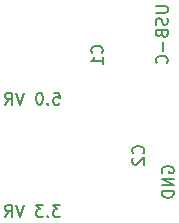
<source format=gbr>
%TF.GenerationSoftware,KiCad,Pcbnew,9.0.7*%
%TF.CreationDate,2026-02-08T21:28:46-06:00*%
%TF.ProjectId,Power,506f7765-722e-46b6-9963-61645f706362,rev?*%
%TF.SameCoordinates,Original*%
%TF.FileFunction,Legend,Bot*%
%TF.FilePolarity,Positive*%
%FSLAX46Y46*%
G04 Gerber Fmt 4.6, Leading zero omitted, Abs format (unit mm)*
G04 Created by KiCad (PCBNEW 9.0.7) date 2026-02-08 21:28:46*
%MOMM*%
%LPD*%
G01*
G04 APERTURE LIST*
%ADD10C,0.150000*%
G04 APERTURE END LIST*
D10*
X201454819Y-89119048D02*
X202264342Y-89119048D01*
X202264342Y-89119048D02*
X202359580Y-89166667D01*
X202359580Y-89166667D02*
X202407200Y-89214286D01*
X202407200Y-89214286D02*
X202454819Y-89309524D01*
X202454819Y-89309524D02*
X202454819Y-89500000D01*
X202454819Y-89500000D02*
X202407200Y-89595238D01*
X202407200Y-89595238D02*
X202359580Y-89642857D01*
X202359580Y-89642857D02*
X202264342Y-89690476D01*
X202264342Y-89690476D02*
X201454819Y-89690476D01*
X202407200Y-90119048D02*
X202454819Y-90261905D01*
X202454819Y-90261905D02*
X202454819Y-90500000D01*
X202454819Y-90500000D02*
X202407200Y-90595238D01*
X202407200Y-90595238D02*
X202359580Y-90642857D01*
X202359580Y-90642857D02*
X202264342Y-90690476D01*
X202264342Y-90690476D02*
X202169104Y-90690476D01*
X202169104Y-90690476D02*
X202073866Y-90642857D01*
X202073866Y-90642857D02*
X202026247Y-90595238D01*
X202026247Y-90595238D02*
X201978628Y-90500000D01*
X201978628Y-90500000D02*
X201931009Y-90309524D01*
X201931009Y-90309524D02*
X201883390Y-90214286D01*
X201883390Y-90214286D02*
X201835771Y-90166667D01*
X201835771Y-90166667D02*
X201740533Y-90119048D01*
X201740533Y-90119048D02*
X201645295Y-90119048D01*
X201645295Y-90119048D02*
X201550057Y-90166667D01*
X201550057Y-90166667D02*
X201502438Y-90214286D01*
X201502438Y-90214286D02*
X201454819Y-90309524D01*
X201454819Y-90309524D02*
X201454819Y-90547619D01*
X201454819Y-90547619D02*
X201502438Y-90690476D01*
X201931009Y-91452381D02*
X201978628Y-91595238D01*
X201978628Y-91595238D02*
X202026247Y-91642857D01*
X202026247Y-91642857D02*
X202121485Y-91690476D01*
X202121485Y-91690476D02*
X202264342Y-91690476D01*
X202264342Y-91690476D02*
X202359580Y-91642857D01*
X202359580Y-91642857D02*
X202407200Y-91595238D01*
X202407200Y-91595238D02*
X202454819Y-91500000D01*
X202454819Y-91500000D02*
X202454819Y-91119048D01*
X202454819Y-91119048D02*
X201454819Y-91119048D01*
X201454819Y-91119048D02*
X201454819Y-91452381D01*
X201454819Y-91452381D02*
X201502438Y-91547619D01*
X201502438Y-91547619D02*
X201550057Y-91595238D01*
X201550057Y-91595238D02*
X201645295Y-91642857D01*
X201645295Y-91642857D02*
X201740533Y-91642857D01*
X201740533Y-91642857D02*
X201835771Y-91595238D01*
X201835771Y-91595238D02*
X201883390Y-91547619D01*
X201883390Y-91547619D02*
X201931009Y-91452381D01*
X201931009Y-91452381D02*
X201931009Y-91119048D01*
X202073866Y-92119048D02*
X202073866Y-92880953D01*
X202359580Y-93928571D02*
X202407200Y-93880952D01*
X202407200Y-93880952D02*
X202454819Y-93738095D01*
X202454819Y-93738095D02*
X202454819Y-93642857D01*
X202454819Y-93642857D02*
X202407200Y-93500000D01*
X202407200Y-93500000D02*
X202311961Y-93404762D01*
X202311961Y-93404762D02*
X202216723Y-93357143D01*
X202216723Y-93357143D02*
X202026247Y-93309524D01*
X202026247Y-93309524D02*
X201883390Y-93309524D01*
X201883390Y-93309524D02*
X201692914Y-93357143D01*
X201692914Y-93357143D02*
X201597676Y-93404762D01*
X201597676Y-93404762D02*
X201502438Y-93500000D01*
X201502438Y-93500000D02*
X201454819Y-93642857D01*
X201454819Y-93642857D02*
X201454819Y-93738095D01*
X201454819Y-93738095D02*
X201502438Y-93880952D01*
X201502438Y-93880952D02*
X201550057Y-93928571D01*
X192785714Y-96454819D02*
X193261904Y-96454819D01*
X193261904Y-96454819D02*
X193309523Y-96931009D01*
X193309523Y-96931009D02*
X193261904Y-96883390D01*
X193261904Y-96883390D02*
X193166666Y-96835771D01*
X193166666Y-96835771D02*
X192928571Y-96835771D01*
X192928571Y-96835771D02*
X192833333Y-96883390D01*
X192833333Y-96883390D02*
X192785714Y-96931009D01*
X192785714Y-96931009D02*
X192738095Y-97026247D01*
X192738095Y-97026247D02*
X192738095Y-97264342D01*
X192738095Y-97264342D02*
X192785714Y-97359580D01*
X192785714Y-97359580D02*
X192833333Y-97407200D01*
X192833333Y-97407200D02*
X192928571Y-97454819D01*
X192928571Y-97454819D02*
X193166666Y-97454819D01*
X193166666Y-97454819D02*
X193261904Y-97407200D01*
X193261904Y-97407200D02*
X193309523Y-97359580D01*
X192309523Y-97359580D02*
X192261904Y-97407200D01*
X192261904Y-97407200D02*
X192309523Y-97454819D01*
X192309523Y-97454819D02*
X192357142Y-97407200D01*
X192357142Y-97407200D02*
X192309523Y-97359580D01*
X192309523Y-97359580D02*
X192309523Y-97454819D01*
X191642857Y-96454819D02*
X191547619Y-96454819D01*
X191547619Y-96454819D02*
X191452381Y-96502438D01*
X191452381Y-96502438D02*
X191404762Y-96550057D01*
X191404762Y-96550057D02*
X191357143Y-96645295D01*
X191357143Y-96645295D02*
X191309524Y-96835771D01*
X191309524Y-96835771D02*
X191309524Y-97073866D01*
X191309524Y-97073866D02*
X191357143Y-97264342D01*
X191357143Y-97264342D02*
X191404762Y-97359580D01*
X191404762Y-97359580D02*
X191452381Y-97407200D01*
X191452381Y-97407200D02*
X191547619Y-97454819D01*
X191547619Y-97454819D02*
X191642857Y-97454819D01*
X191642857Y-97454819D02*
X191738095Y-97407200D01*
X191738095Y-97407200D02*
X191785714Y-97359580D01*
X191785714Y-97359580D02*
X191833333Y-97264342D01*
X191833333Y-97264342D02*
X191880952Y-97073866D01*
X191880952Y-97073866D02*
X191880952Y-96835771D01*
X191880952Y-96835771D02*
X191833333Y-96645295D01*
X191833333Y-96645295D02*
X191785714Y-96550057D01*
X191785714Y-96550057D02*
X191738095Y-96502438D01*
X191738095Y-96502438D02*
X191642857Y-96454819D01*
X190261904Y-96454819D02*
X189928571Y-97454819D01*
X189928571Y-97454819D02*
X189595238Y-96454819D01*
X188690476Y-97454819D02*
X189023809Y-96978628D01*
X189261904Y-97454819D02*
X189261904Y-96454819D01*
X189261904Y-96454819D02*
X188880952Y-96454819D01*
X188880952Y-96454819D02*
X188785714Y-96502438D01*
X188785714Y-96502438D02*
X188738095Y-96550057D01*
X188738095Y-96550057D02*
X188690476Y-96645295D01*
X188690476Y-96645295D02*
X188690476Y-96788152D01*
X188690476Y-96788152D02*
X188738095Y-96883390D01*
X188738095Y-96883390D02*
X188785714Y-96931009D01*
X188785714Y-96931009D02*
X188880952Y-96978628D01*
X188880952Y-96978628D02*
X189261904Y-96978628D01*
X193357142Y-105954819D02*
X192738095Y-105954819D01*
X192738095Y-105954819D02*
X193071428Y-106335771D01*
X193071428Y-106335771D02*
X192928571Y-106335771D01*
X192928571Y-106335771D02*
X192833333Y-106383390D01*
X192833333Y-106383390D02*
X192785714Y-106431009D01*
X192785714Y-106431009D02*
X192738095Y-106526247D01*
X192738095Y-106526247D02*
X192738095Y-106764342D01*
X192738095Y-106764342D02*
X192785714Y-106859580D01*
X192785714Y-106859580D02*
X192833333Y-106907200D01*
X192833333Y-106907200D02*
X192928571Y-106954819D01*
X192928571Y-106954819D02*
X193214285Y-106954819D01*
X193214285Y-106954819D02*
X193309523Y-106907200D01*
X193309523Y-106907200D02*
X193357142Y-106859580D01*
X192309523Y-106859580D02*
X192261904Y-106907200D01*
X192261904Y-106907200D02*
X192309523Y-106954819D01*
X192309523Y-106954819D02*
X192357142Y-106907200D01*
X192357142Y-106907200D02*
X192309523Y-106859580D01*
X192309523Y-106859580D02*
X192309523Y-106954819D01*
X191928571Y-105954819D02*
X191309524Y-105954819D01*
X191309524Y-105954819D02*
X191642857Y-106335771D01*
X191642857Y-106335771D02*
X191500000Y-106335771D01*
X191500000Y-106335771D02*
X191404762Y-106383390D01*
X191404762Y-106383390D02*
X191357143Y-106431009D01*
X191357143Y-106431009D02*
X191309524Y-106526247D01*
X191309524Y-106526247D02*
X191309524Y-106764342D01*
X191309524Y-106764342D02*
X191357143Y-106859580D01*
X191357143Y-106859580D02*
X191404762Y-106907200D01*
X191404762Y-106907200D02*
X191500000Y-106954819D01*
X191500000Y-106954819D02*
X191785714Y-106954819D01*
X191785714Y-106954819D02*
X191880952Y-106907200D01*
X191880952Y-106907200D02*
X191928571Y-106859580D01*
X190261904Y-105954819D02*
X189928571Y-106954819D01*
X189928571Y-106954819D02*
X189595238Y-105954819D01*
X188690476Y-106954819D02*
X189023809Y-106478628D01*
X189261904Y-106954819D02*
X189261904Y-105954819D01*
X189261904Y-105954819D02*
X188880952Y-105954819D01*
X188880952Y-105954819D02*
X188785714Y-106002438D01*
X188785714Y-106002438D02*
X188738095Y-106050057D01*
X188738095Y-106050057D02*
X188690476Y-106145295D01*
X188690476Y-106145295D02*
X188690476Y-106288152D01*
X188690476Y-106288152D02*
X188738095Y-106383390D01*
X188738095Y-106383390D02*
X188785714Y-106431009D01*
X188785714Y-106431009D02*
X188880952Y-106478628D01*
X188880952Y-106478628D02*
X189261904Y-106478628D01*
X202002438Y-103238095D02*
X201954819Y-103142857D01*
X201954819Y-103142857D02*
X201954819Y-103000000D01*
X201954819Y-103000000D02*
X202002438Y-102857143D01*
X202002438Y-102857143D02*
X202097676Y-102761905D01*
X202097676Y-102761905D02*
X202192914Y-102714286D01*
X202192914Y-102714286D02*
X202383390Y-102666667D01*
X202383390Y-102666667D02*
X202526247Y-102666667D01*
X202526247Y-102666667D02*
X202716723Y-102714286D01*
X202716723Y-102714286D02*
X202811961Y-102761905D01*
X202811961Y-102761905D02*
X202907200Y-102857143D01*
X202907200Y-102857143D02*
X202954819Y-103000000D01*
X202954819Y-103000000D02*
X202954819Y-103095238D01*
X202954819Y-103095238D02*
X202907200Y-103238095D01*
X202907200Y-103238095D02*
X202859580Y-103285714D01*
X202859580Y-103285714D02*
X202526247Y-103285714D01*
X202526247Y-103285714D02*
X202526247Y-103095238D01*
X202954819Y-103714286D02*
X201954819Y-103714286D01*
X201954819Y-103714286D02*
X202954819Y-104285714D01*
X202954819Y-104285714D02*
X201954819Y-104285714D01*
X202954819Y-104761905D02*
X201954819Y-104761905D01*
X201954819Y-104761905D02*
X201954819Y-105000000D01*
X201954819Y-105000000D02*
X202002438Y-105142857D01*
X202002438Y-105142857D02*
X202097676Y-105238095D01*
X202097676Y-105238095D02*
X202192914Y-105285714D01*
X202192914Y-105285714D02*
X202383390Y-105333333D01*
X202383390Y-105333333D02*
X202526247Y-105333333D01*
X202526247Y-105333333D02*
X202716723Y-105285714D01*
X202716723Y-105285714D02*
X202811961Y-105238095D01*
X202811961Y-105238095D02*
X202907200Y-105142857D01*
X202907200Y-105142857D02*
X202954819Y-105000000D01*
X202954819Y-105000000D02*
X202954819Y-104761905D01*
X200359580Y-101583333D02*
X200407200Y-101535714D01*
X200407200Y-101535714D02*
X200454819Y-101392857D01*
X200454819Y-101392857D02*
X200454819Y-101297619D01*
X200454819Y-101297619D02*
X200407200Y-101154762D01*
X200407200Y-101154762D02*
X200311961Y-101059524D01*
X200311961Y-101059524D02*
X200216723Y-101011905D01*
X200216723Y-101011905D02*
X200026247Y-100964286D01*
X200026247Y-100964286D02*
X199883390Y-100964286D01*
X199883390Y-100964286D02*
X199692914Y-101011905D01*
X199692914Y-101011905D02*
X199597676Y-101059524D01*
X199597676Y-101059524D02*
X199502438Y-101154762D01*
X199502438Y-101154762D02*
X199454819Y-101297619D01*
X199454819Y-101297619D02*
X199454819Y-101392857D01*
X199454819Y-101392857D02*
X199502438Y-101535714D01*
X199502438Y-101535714D02*
X199550057Y-101583333D01*
X199550057Y-101964286D02*
X199502438Y-102011905D01*
X199502438Y-102011905D02*
X199454819Y-102107143D01*
X199454819Y-102107143D02*
X199454819Y-102345238D01*
X199454819Y-102345238D02*
X199502438Y-102440476D01*
X199502438Y-102440476D02*
X199550057Y-102488095D01*
X199550057Y-102488095D02*
X199645295Y-102535714D01*
X199645295Y-102535714D02*
X199740533Y-102535714D01*
X199740533Y-102535714D02*
X199883390Y-102488095D01*
X199883390Y-102488095D02*
X200454819Y-101916667D01*
X200454819Y-101916667D02*
X200454819Y-102535714D01*
X196859580Y-93083333D02*
X196907200Y-93035714D01*
X196907200Y-93035714D02*
X196954819Y-92892857D01*
X196954819Y-92892857D02*
X196954819Y-92797619D01*
X196954819Y-92797619D02*
X196907200Y-92654762D01*
X196907200Y-92654762D02*
X196811961Y-92559524D01*
X196811961Y-92559524D02*
X196716723Y-92511905D01*
X196716723Y-92511905D02*
X196526247Y-92464286D01*
X196526247Y-92464286D02*
X196383390Y-92464286D01*
X196383390Y-92464286D02*
X196192914Y-92511905D01*
X196192914Y-92511905D02*
X196097676Y-92559524D01*
X196097676Y-92559524D02*
X196002438Y-92654762D01*
X196002438Y-92654762D02*
X195954819Y-92797619D01*
X195954819Y-92797619D02*
X195954819Y-92892857D01*
X195954819Y-92892857D02*
X196002438Y-93035714D01*
X196002438Y-93035714D02*
X196050057Y-93083333D01*
X196954819Y-94035714D02*
X196954819Y-93464286D01*
X196954819Y-93750000D02*
X195954819Y-93750000D01*
X195954819Y-93750000D02*
X196097676Y-93654762D01*
X196097676Y-93654762D02*
X196192914Y-93559524D01*
X196192914Y-93559524D02*
X196240533Y-93464286D01*
M02*

</source>
